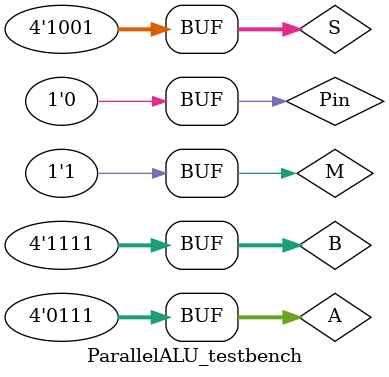
<source format=v>
/*
* Testbench for serial_ALU.v
*/

`timescale 1us/1ns

module ParallelALU_testbench();

    reg [3:0] A, B;
    reg [3:0] S;
    reg M;
    reg Pin;

    wire [3:0] R;
    wire [3:0] P;

    localparam PERIOD = 1;

    ParallelALU UUT(
        .A    (A),
        .B    (B),
        .S    (S),
        .M    (M),
        .Pin  (Pin),
        .R    (R),
        .P    (P)
    );

    initial begin
        $dumpfile("./ParallelALU.vcd");
        $dumpvars(0, ParallelALU_testbench);

        A = 0;
        B = 8;
        M = 0;
        S = 4'b0001;
        Pin = 0;
        #PERIOD;

        A = 1;
        B = 9;
        M = 0;
        S = 4'b0001;
        Pin = 0;
        #PERIOD;

        A = 2;
        B = 10;
        M = 0;
        S = 4'b0001;
        Pin = 0;
        #PERIOD;

        A = 3;
        B = 11;
        M = 0;
        S = 4'b0001;
        Pin = 0;
        #PERIOD;

        A = 4;
        B = 12;
        M = 0;
        S = 4'b0100;
        Pin = 0;
        #PERIOD;

        A = 5;
        B = 13;
        M = 0;
        S = 4'b0100;
        Pin = 0;
        #PERIOD;

        A = 6;
        B = 14;
        M = 0;
        S = 4'b0100;
        Pin = 0;
        #PERIOD;

        A = 7;
        B = 15;
        M = 0;
        S = 4'b0100;
        Pin = 0;
        #PERIOD;

        A = 8;
        B = 0;
        M = 1;
        S = 4'b0110;
        Pin = 1;
        #PERIOD;

        A = 9;
        B = 1;
        M = 1;
        S = 4'b0110;
        Pin = 1;
        #PERIOD;

        A = 10;
        B = 2;
        M = 1;
        S = 4'b0110;
        Pin = 1;
        #PERIOD;

        A = 11;
        B = 3;
        M = 1;
        S = 4'b0110;
        Pin = 1;
        #PERIOD;

        A = 12;
        B = 4;
        M = 1;
        S = 4'b0110;
        Pin = 1;
        #PERIOD;

        A = 13;
        B = 5;
        M = 1;
        S = 4'b0110;
        Pin = 1;
        #PERIOD;

        A = 14;
        B = 6;
        M = 1;
        S = 4'b0110;
        Pin = 1;
        #PERIOD;

        A = 15;
        B = 7;
        M = 1;
        S = 4'b0110;
        Pin = 1;
        #PERIOD;

        A = 0;
        B = 8;
        M = 1;
        S = 4'b1001;
        Pin = 0;
        #PERIOD;

        A = 1;
        B = 9;
        M = 1;
        S = 4'b1001;
        Pin = 0;
        #PERIOD;

        A = 2;
        B = 10;
        M = 1;
        S = 4'b1001;
        Pin = 0;
        #PERIOD;

        A = 3;
        B = 11;
        M = 1;
        S = 4'b1001;
        Pin = 0;
        #PERIOD;

        A = 4;
        B = 12;
        M = 1;
        S = 4'b1001;
        Pin = 0;
        #PERIOD;

        A = 5;
        B = 13;
        M = 1;
        S = 4'b1001;
        Pin = 0;
        #PERIOD;

        A = 6;
        B = 14;
        M = 1;
        S = 4'b1001;
        Pin = 0;
        #PERIOD;

        A = 7;
        B = 15;
        M = 1;
        S = 4'b1001;
        Pin = 0;
        #PERIOD;
    end

endmodule


</source>
